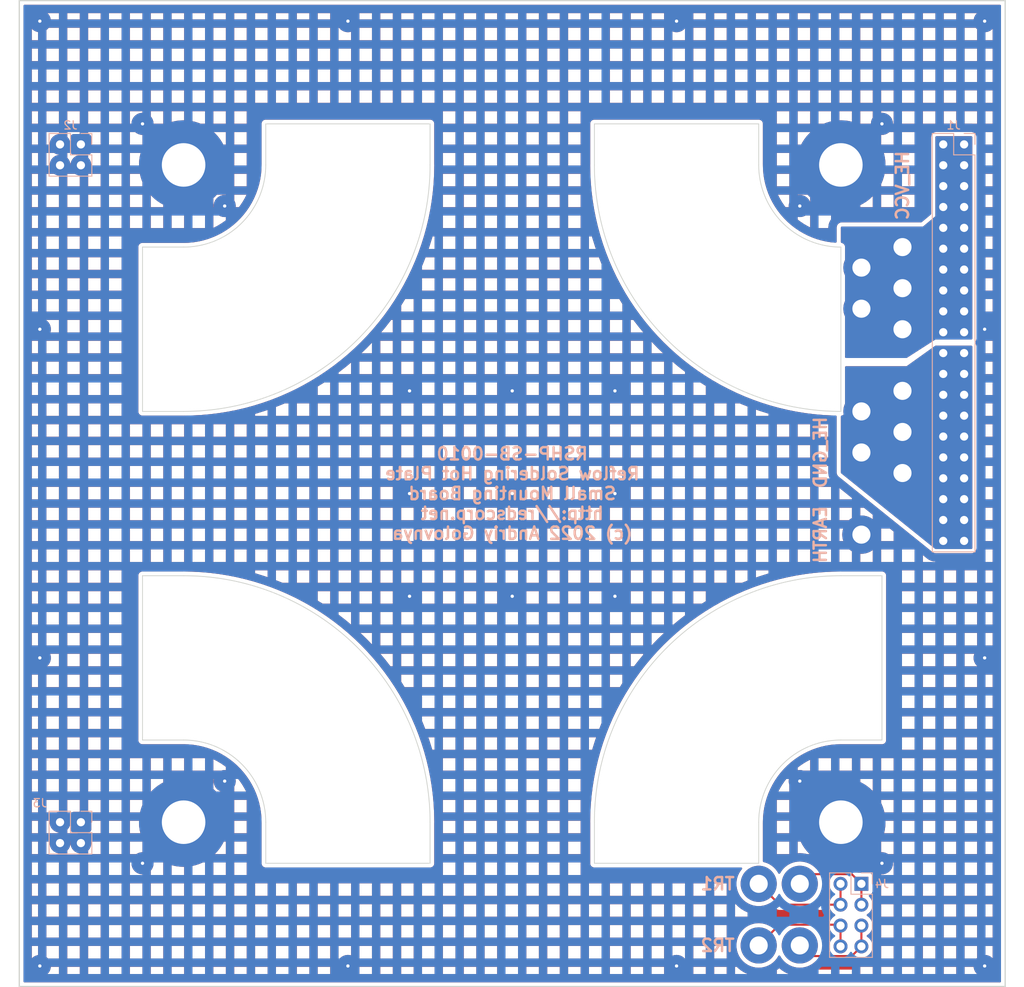
<source format=kicad_pcb>
(kicad_pcb (version 20211014) (generator pcbnew)
  (title_block (title "RSHP-SB-0010") (date "2022-05-24") (rev "1.0") (company "(c) Andriy Golovnya http://redscorp.net") (comment 1 "Reflow Soldering Hot Plate - Small Mounting Board"))
  (layers (0 "F.Cu" signal) (31 "B.Cu" signal) (34 "B.Paste" user) (35 "F.Paste" user) (36 "B.SilkS" user "B.Silkscreen") (37 "F.SilkS" user "F.Silkscreen") (38 "B.Mask" user) (39 "F.Mask" user) (44 "Edge.Cuts" user))
  (net 0 "")
  (net 1 "HE_VCC")
  (net 2 "HE_GND")
  (net 3 "EARTH")
  (net 4 "TR1_VCC")
  (net 5 "TR1_GND")
  (net 6 "TR2_VCC")
  (net 7 "TR2_GND")
  (footprint "MountingHole:MountingHole_2.2mm_M2_Pad" (layer "F.Cu") (at 157.5 70)
    (fp_text reference "H3" hide)
    (fp_text value "MountingHole_Pad")
    (pad "1" thru_hole circle (at 0 0) (size 4.4 4.4) (drill 2.2) (layers *.Cu *.Mask) (net 1 "HE_VCC"))
  )
  (footprint "MountingHole:MountingHole_2.2mm_M2_Pad" (layer "F.Cu") (at 145 145)
    (fp_text reference "H19" hide)
    (fp_text value "MountingHole_Pad")
    (pad "1" thru_hole circle (at 0 0) (size 4.4 4.4) (drill 2.2) (layers *.Cu *.Mask) (net 7 "TR2_GND"))
  )
  (footprint "MountingHole:MountingHole_2.2mm_M2_Pad" (layer "F.Cu") (at 140 145)
    (fp_text reference "H18" hide)
    (fp_text value "MountingHole_Pad")
    (pad "1" thru_hole circle (at 0 0) (size 4.4 4.4) (drill 2.2) (layers *.Cu *.Mask) (net 6 "TR2_VCC"))
  )
  (footprint "MountingHole:MountingHole_2.2mm_M2_Pad" (layer "F.Cu") (at 152.5 85)
    (fp_text reference "H10" hide)
    (fp_text value "MountingHole_Pad")
    (pad "1" thru_hole circle (at 0 0) (size 4.4 4.4) (drill 2.2) (layers *.Cu *.Mask) (net 2 "HE_GND"))
  )
  (footprint "MountingHole:MountingHole_2.2mm_M2_Pad" (layer "F.Cu") (at 140 137.5)
    (fp_text reference "H16" hide)
    (fp_text value "MountingHole_Pad")
    (pad "1" thru_hole circle (at 0 0) (size 4.4 4.4) (drill 2.2) (layers *.Cu *.Mask) (net 4 "TR1_VCC"))
  )
  (footprint "MountingHole:MountingHole_2.2mm_M2_Pad" (layer "F.Cu") (at 157.5 87.5)
    (fp_text reference "H8" hide)
    (fp_text value "MountingHole_Pad")
    (pad "1" thru_hole circle (at 0 0) (size 4.4 4.4) (drill 2.2) (layers *.Cu *.Mask) (net 2 "HE_GND"))
  )
  (footprint "MountingHole:MountingHole_5.3mm_M5_Pad" (layer "F.Cu") (at 70 130)
    (fp_text reference "H14" hide)
    (fp_text value "MountingHole")
    (pad "1" thru_hole circle (at 0 0) (size 10.6 10.6) (drill 5.3) (layers *.Cu *.Mask) (net 3 "EARTH"))
  )
  (footprint "MountingHole:MountingHole_2.2mm_M2_Pad" (layer "F.Cu") (at 157.5 77.5)
    (fp_text reference "H6" hide)
    (fp_text value "MountingHole_Pad")
    (pad "1" thru_hole circle (at 0 0) (size 4.4 4.4) (drill 2.2) (layers *.Cu *.Mask) (net 2 "HE_GND"))
  )
  (footprint "MountingHole:MountingHole_2.2mm_M2_Pad" (layer "F.Cu") (at 152.5 80)
    (fp_text reference "H9" hide)
    (fp_text value "MountingHole_Pad")
    (pad "1" thru_hole circle (at 0 0) (size 4.4 4.4) (drill 2.2) (layers *.Cu *.Mask) (net 2 "HE_GND"))
  )
  (footprint "MountingHole:MountingHole_5.3mm_M5_Pad" (layer "F.Cu") (at 70 50)
    (fp_text reference "H12" hide)
    (fp_text value "MountingHole")
    (pad "1" thru_hole circle (at 0 0) (size 10.6 10.6) (drill 5.3) (layers *.Cu *.Mask) (net 3 "EARTH"))
  )
  (footprint "MountingHole:MountingHole_5.3mm_M5_Pad" (layer "F.Cu") (at 150 130)
    (fp_text reference "H15" hide)
    (fp_text value "MountingHole")
    (pad "1" thru_hole circle (at 0 0) (size 10.6 10.6) (drill 5.3) (layers *.Cu *.Mask) (net 3 "EARTH"))
  )
  (footprint "MountingHole:MountingHole_2.2mm_M2_Pad" (layer "F.Cu") (at 157.5 82.5)
    (fp_text reference "H7" hide)
    (fp_text value "MountingHole_Pad")
    (pad "1" thru_hole circle (at 0 0) (size 4.4 4.4) (drill 2.2) (layers *.Cu *.Mask) (net 2 "HE_GND"))
  )
  (footprint "MountingHole:MountingHole_5.3mm_M5_Pad" (layer "F.Cu") (at 150 50)
    (fp_text reference "H13" hide)
    (fp_text value "MountingHole")
    (pad "1" thru_hole circle (at 0 0) (size 10.6 10.6) (drill 5.3) (layers *.Cu *.Mask) (net 3 "EARTH"))
  )
  (footprint "MountingHole:MountingHole_2.2mm_M2_Pad" (layer "F.Cu") (at 152.5 95)
    (fp_text reference "H11" hide)
    (fp_text value "MountingHole_Pad")
    (pad "1" thru_hole circle (at 0 0) (size 4.4 4.4) (drill 2.2) (layers *.Cu *.Mask) (net 3 "EARTH"))
  )
  (footprint "MountingHole:MountingHole_2.2mm_M2_Pad" (layer "F.Cu") (at 152.5 62.5)
    (fp_text reference "H2" hide)
    (fp_text value "MountingHole_Pad")
    (pad "1" thru_hole circle (at 0 0) (size 4.4 4.4) (drill 2.2) (layers *.Cu *.Mask) (net 1 "HE_VCC"))
  )
  (footprint "MountingHole:MountingHole_2.2mm_M2_Pad" (layer "F.Cu") (at 145 137.5)
    (fp_text reference "H17" hide)
    (fp_text value "MountingHole_Pad")
    (pad "1" thru_hole circle (at 0 0) (size 4.4 4.4) (drill 2.2) (layers *.Cu *.Mask) (net 5 "TR1_GND"))
  )
  (footprint "MountingHole:MountingHole_2.2mm_M2_Pad" (layer "F.Cu") (at 152.5 67.5)
    (fp_text reference "H1" hide)
    (fp_text value "MountingHole_Pad")
    (pad "1" thru_hole circle (at 0 0) (size 4.4 4.4) (drill 2.2) (layers *.Cu *.Mask) (net 1 "HE_VCC"))
  )
  (footprint "MountingHole:MountingHole_2.2mm_M2_Pad" (layer "F.Cu") (at 157.5 60)
    (fp_text reference "H5" hide)
    (fp_text value "MountingHole_Pad")
    (pad "1" thru_hole circle (at 0 0) (size 4.4 4.4) (drill 2.2) (layers *.Cu *.Mask) (net 1 "HE_VCC"))
  )
  (footprint "MountingHole:MountingHole_2.2mm_M2_Pad" (layer "F.Cu") (at 157.5 65)
    (fp_text reference "H4" hide)
    (fp_text value "MountingHole_Pad")
    (pad "1" thru_hole circle (at 0 0) (size 4.4 4.4) (drill 2.2) (layers *.Cu *.Mask) (net 1 "HE_VCC"))
  )
  (footprint "Connector_PinHeader_2.54mm:PinHeader_2x20_P2.54mm_Vertical" (layer "B.Cu") (at 165 47.5 180)
    (fp_text reference "J1" (at 1.27 2.33) (layer "B.SilkS") (effects (justify mirror)))
    (fp_text value "Conn_02x20_Odd_Even")
    (fp_line (start -1.33 1.33) (end 0 1.33) (layer "B.SilkS") (width 0.12))
    (fp_line (start -1.33 -49.59) (end 3.87 -49.59) (layer "B.SilkS") (width 0.12))
    (fp_line (start 3.87 1.33) (end 3.87 -49.59) (layer "B.SilkS") (width 0.12))
    (fp_line (start -1.33 -1.27) (end -1.33 -49.59) (layer "B.SilkS") (width 0.12))
    (fp_line (start 1.27 1.33) (end 3.87 1.33) (layer "B.SilkS") (width 0.12))
    (fp_line (start -1.33 0) (end -1.33 1.33) (layer "B.SilkS") (width 0.12))
    (fp_line (start -1.33 -1.27) (end 1.27 -1.27) (layer "B.SilkS") (width 0.12))
    (fp_line (start 1.27 -1.27) (end 1.27 1.33) (layer "B.SilkS") (width 0.12))
    (pad "1" thru_hole rect (at 0 0 180) (size 1.7 1.7) (drill 1) (layers *.Cu *.Mask) (net 1 "HE_VCC"))
    (pad "2" thru_hole oval (at 2.54 0 180) (size 1.7 1.7) (drill 1) (layers *.Cu *.Mask) (net 1 "HE_VCC"))
    (pad "3" thru_hole oval (at 0 -2.54 180) (size 1.7 1.7) (drill 1) (layers *.Cu *.Mask) (net 1 "HE_VCC"))
    (pad "4" thru_hole oval (at 2.54 -2.54 180) (size 1.7 1.7) (drill 1) (layers *.Cu *.Mask) (net 1 "HE_VCC"))
    (pad "5" thru_hole oval (at 0 -5.08 180) (size 1.7 1.7) (drill 1) (layers *.Cu *.Mask) (net 1 "HE_VCC"))
    (pad "6" thru_hole oval (at 2.54 -5.08 180) (size 1.7 1.7) (drill 1) (layers *.Cu *.Mask) (net 1 "HE_VCC"))
    (pad "7" thru_hole oval (at 0 -7.62 180) (size 1.7 1.7) (drill 1) (layers *.Cu *.Mask) (net 1 "HE_VCC"))
    (pad "8" thru_hole oval (at 2.54 -7.62 180) (size 1.7 1.7) (drill 1) (layers *.Cu *.Mask) (net 1 "HE_VCC"))
    (pad "9" thru_hole oval (at 0 -10.16 180) (size 1.7 1.7) (drill 1) (layers *.Cu *.Mask) (net 1 "HE_VCC"))
    (pad "10" thru_hole oval (at 2.54 -10.16 180) (size 1.7 1.7) (drill 1) (layers *.Cu *.Mask) (net 1 "HE_VCC"))
    (pad "11" thru_hole oval (at 0 -12.7 180) (size 1.7 1.7) (drill 1) (layers *.Cu *.Mask) (net 1 "HE_VCC"))
    (pad "12" thru_hole oval (at 2.54 -12.7 180) (size 1.7 1.7) (drill 1) (layers *.Cu *.Mask) (net 1 "HE_VCC"))
    (pad "13" thru_hole oval (at 0 -15.24 180) (size 1.7 1.7) (drill 1) (layers *.Cu *.Mask) (net 1 "HE_VCC"))
    (pad "14" thru_hole oval (at 2.54 -15.24 180) (size 1.7 1.7) (drill 1) (layers *.Cu *.Mask) (net 1 "HE_VCC"))
    (pad "15" thru_hole oval (at 0 -17.78 180) (size 1.7 1.7) (drill 1) (layers *.Cu *.Mask) (net 1 "HE_VCC"))
    (pad "16" thru_hole oval (at 2.54 -17.78 180) (size 1.7 1.7) (drill 1) (layers *.Cu *.Mask) (net 1 "HE_VCC"))
    (pad "17" thru_hole oval (at 0 -20.32 180) (size 1.7 1.7) (drill 1) (layers *.Cu *.Mask) (net 1 "HE_VCC"))
    (pad "18" thru_hole oval (at 2.54 -20.32 180) (size 1.7 1.7) (drill 1) (layers *.Cu *.Mask) (net 1 "HE_VCC"))
    (pad "19" thru_hole oval (at 0 -22.86 180) (size 1.7 1.7) (drill 1) (layers *.Cu *.Mask) (net 1 "HE_VCC"))
    (pad "20" thru_hole oval (at 2.54 -22.86 180) (size 1.7 1.7) (drill 1) (layers *.Cu *.Mask) (net 1 "HE_VCC"))
    (pad "21" thru_hole oval (at 0 -25.4 180) (size 1.7 1.7) (drill 1) (layers *.Cu *.Mask) (net 2 "HE_GND"))
    (pad "22" thru_hole oval (at 2.54 -25.4 180) (size 1.7 1.7) (drill 1) (layers *.Cu *.Mask) (net 2 "HE_GND"))
    (pad "23" thru_hole oval (at 0 -27.94 180) (size 1.7 1.7) (drill 1) (layers *.Cu *.Mask) (net 2 "HE_GND"))
    (pad "24" thru_hole oval (at 2.54 -27.94 180) (size 1.7 1.7) (drill 1) (layers *.Cu *.Mask) (net 2 "HE_GND"))
    (pad "25" thru_hole oval (at 0 -30.48 180) (size 1.7 1.7) (drill 1) (layers *.Cu *.Mask) (net 2 "HE_GND"))
    (pad "26" thru_hole oval (at 2.54 -30.48 180) (size 1.7 1.7) (drill 1) (layers *.Cu *.Mask) (net 2 "HE_GND"))
    (pad "27" thru_hole oval (at 0 -33.02 180) (size 1.7 1.7) (drill 1) (layers *.Cu *.Mask) (net 2 "HE_GND"))
    (pad "28" thru_hole oval (at 2.54 -33.02 180) (size 1.7 1.7) (drill 1) (layers *.Cu *.Mask) (net 2 "HE_GND"))
    (pad "29" thru_hole oval (at 0 -35.56 180) (size 1.7 1.7) (drill 1) (layers *.Cu *.Mask) (net 2 "HE_GND"))
    (pad "30" thru_hole oval (at 2.54 -35.56 180) (size 1.7 1.7) (drill 1) (layers *.Cu *.Mask) (net 2 "HE_GND"))
    (pad "31" thru_hole oval (at 0 -38.1 180) (size 1.7 1.7) (drill 1) (layers *.Cu *.Mask) (net 2 "HE_GND"))
    (pad "32" thru_hole oval (at 2.54 -38.1 180) (size 1.7 1.7) (drill 1) (layers *.Cu *.Mask) (net 2 "HE_GND"))
    (pad "33" thru_hole oval (at 0 -40.64 180) (size 1.7 1.7) (drill 1) (layers *.Cu *.Mask) (net 2 "HE_GND"))
    (pad "34" thru_hole oval (at 2.54 -40.64 180) (size 1.7 1.7) (drill 1) (layers *.Cu *.Mask) (net 2 "HE_GND"))
    (pad "35" thru_hole oval (at 0 -43.18 180) (size 1.7 1.7) (drill 1) (layers *.Cu *.Mask) (net 2 "HE_GND"))
    (pad "36" thru_hole oval (at 2.54 -43.18 180) (size 1.7 1.7) (drill 1) (layers *.Cu *.Mask) (net 2 "HE_GND"))
    (pad "37" thru_hole oval (at 0 -45.72 180) (size 1.7 1.7) (drill 1) (layers *.Cu *.Mask) (net 2 "HE_GND"))
    (pad "38" thru_hole oval (at 2.54 -45.72 180) (size 1.7 1.7) (drill 1) (layers *.Cu *.Mask) (net 2 "HE_GND"))
    (pad "39" thru_hole oval (at 0 -48.26 180) (size 1.7 1.7) (drill 1) (layers *.Cu *.Mask) (net 2 "HE_GND"))
    (pad "40" thru_hole oval (at 2.54 -48.26 180) (size 1.7 1.7) (drill 1) (layers *.Cu *.Mask) (net 2 "HE_GND"))
  )
  (footprint "Connector_PinHeader_2.54mm:PinHeader_2x04_P2.54mm_Vertical" (layer "B.Cu") (at 152.5 137.5 180)
    (fp_text reference "J4" (at -2.5 0) (layer "B.SilkS") (effects (justify mirror)))
    (fp_text value "Conn_02x04_Odd_Even")
    (fp_line (start -1.33 -8.95) (end 3.87 -8.95) (layer "B.SilkS") (width 0.12))
    (fp_line (start 1.27 -1.27) (end 1.27 1.33) (layer "B.SilkS") (width 0.12))
    (fp_line (start -1.33 -1.27) (end 1.27 -1.27) (layer "B.SilkS") (width 0.12))
    (fp_line (start -1.33 0) (end -1.33 1.33) (layer "B.SilkS") (width 0.12))
    (fp_line (start 3.87 1.33) (end 3.87 -8.95) (layer "B.SilkS") (width 0.12))
    (fp_line (start -1.33 1.33) (end 0 1.33) (layer "B.SilkS") (width 0.12))
    (fp_line (start 1.27 1.33) (end 3.87 1.33) (layer "B.SilkS") (width 0.12))
    (fp_line (start -1.33 -1.27) (end -1.33 -8.95) (layer "B.SilkS") (width 0.12))
    (pad "1" thru_hole rect (at 0 0 180) (size 1.7 1.7) (drill 1) (layers *.Cu *.Mask) (net 5 "TR1_GND"))
    (pad "2" thru_hole oval (at 2.54 0 180) (size 1.7 1.7) (drill 1) (layers *.Cu *.Mask) (net 4 "TR1_VCC"))
    (pad "3" thru_hole oval (at 0 -2.54 180) (size 1.7 1.7) (drill 1) (layers *.Cu *.Mask) (net 5 "TR1_GND"))
    (pad "4" thru_hole oval (at 2.54 -2.54 180) (size 1.7 1.7) (drill 1) (layers *.Cu *.Mask) (net 4 "TR1_VCC"))
    (pad "5" thru_hole oval (at 0 -5.08 180) (size 1.7 1.7) (drill 1) (layers *.Cu *.Mask) (net 7 "TR2_GND"))
    (pad "6" thru_hole oval (at 2.54 -5.08 180) (size 1.7 1.7) (drill 1) (layers *.Cu *.Mask) (net 6 "TR2_VCC"))
    (pad "7" thru_hole oval (at 0 -7.62 180) (size 1.7 1.7) (drill 1) (layers *.Cu *.Mask) (net 7 "TR2_GND"))
    (pad "8" thru_hole oval (at 2.54 -7.62 180) (size 1.7 1.7) (drill 1) (layers *.Cu *.Mask) (net 6 "TR2_VCC"))
  )
  (footprint "Connector_PinHeader_2.54mm:PinHeader_2x02_P2.54mm_Vertical" (layer "B.Cu") (at 57.5 130 180)
    (fp_text reference "J3" (at 5 2.33) (layer "B.SilkS") (effects (justify mirror)))
    (fp_text value "Conn_02x02_Odd_Even")
    (fp_line (start -1.33 -1.27) (end -1.33 -3.87) (layer "B.SilkS") (width 0.12))
    (fp_line (start 1.27 -1.27) (end 1.27 1.33) (layer "B.SilkS") (width 0.12))
    (fp_line (start -1.33 -3.87) (end 3.87 -3.87) (layer "B.SilkS") (width 0.12))
    (fp_line (start -1.33 1.33) (end 0 1.33) (layer "B.SilkS") (width 0.12))
    (fp_line (start -1.33 0) (end -1.33 1.33) (layer "B.SilkS") (width 0.12))
    (fp_line (start 1.27 1.33) (end 3.87 1.33) (layer "B.SilkS") (width 0.12))
    (fp_line (start 3.87 1.33) (end 3.87 -3.87) (layer "B.SilkS") (width 0.12))
    (fp_line (start -1.33 -1.27) (end 1.27 -1.27) (layer "B.SilkS") (width 0.12))
    (pad "1" thru_hole rect (at 0 0 180) (size 1.7 1.7) (drill 1) (layers *.Cu *.Mask) (net 3 "EARTH"))
    (pad "2" thru_hole oval (at 2.54 0 180) (size 1.7 1.7) (drill 1) (layers *.Cu *.Mask) (net 3 "EARTH"))
    (pad "3" thru_hole oval (at 0 -2.54 180) (size 1.7 1.7) (drill 1) (layers *.Cu *.Mask) (net 3 "EARTH"))
    (pad "4" thru_hole oval (at 2.54 -2.54 180) (size 1.7 1.7) (drill 1) (layers *.Cu *.Mask) (net 3 "EARTH"))
  )
  (footprint "Connector_PinHeader_2.54mm:PinHeader_2x02_P2.54mm_Vertical" (layer "B.Cu") (at 57.5 47.5 180)
    (fp_text reference "J2" (at 1.27 2.33) (layer "B.SilkS") (effects (justify mirror)))
    (fp_text value "Conn_02x02_Odd_Even")
    (fp_line (start -1.33 -1.27) (end 1.27 -1.27) (layer "B.SilkS") (width 0.12))
    (fp_line (start 1.27 -1.27) (end 1.27 1.33) (layer "B.SilkS") (width 0.12))
    (fp_line (start -1.33 1.33) (end 0 1.33) (layer "B.SilkS") (width 0.12))
    (fp_line (start -1.33 -1.27) (end -1.33 -3.87) (layer "B.SilkS") (width 0.12))
    (fp_line (start -1.33 -3.87) (end 3.87 -3.87) (layer "B.SilkS") (width 0.12))
    (fp_line (start 1.27 1.33) (end 3.87 1.33) (layer "B.SilkS") (width 0.12))
    (fp_line (start -1.33 0) (end -1.33 1.33) (layer "B.SilkS") (width 0.12))
    (fp_line (start 3.87 1.33) (end 3.87 -3.87) (layer "B.SilkS") (width 0.12))
    (pad "1" thru_hole rect (at 0 0 180) (size 1.7 1.7) (drill 1) (layers *.Cu *.Mask) (net 3 "EARTH"))
    (pad "2" thru_hole oval (at 2.54 0 180) (size 1.7 1.7) (drill 1) (layers *.Cu *.Mask) (net 3 "EARTH"))
    (pad "3" thru_hole oval (at 0 -2.54 180) (size 1.7 1.7) (drill 1) (layers *.Cu *.Mask) (net 3 "EARTH"))
    (pad "4" thru_hole oval (at 2.54 -2.54 180) (size 1.7 1.7) (drill 1) (layers *.Cu *.Mask) (net 3 "EARTH"))
  )
  (gr_line (start 120 135) (end 120 130) (layer "Edge.Cuts") (width 0.1))
  (gr_line (start 140 45) (end 140 50) (layer "Edge.Cuts") (width 0.1))
  (gr_line (start 140 130) (end 140 135) (layer "Edge.Cuts") (width 0.1))
  (gr_line (start 70 60) (end 65 60) (layer "Edge.Cuts") (width 0.1))
  (gr_arc (start 150 60) (mid 142.928932 57.071068) (end 140 50) (layer "Edge.Cuts") (width 0.1))
  (gr_line (start 100 130) (end 100 135) (layer "Edge.Cuts") (width 0.1))
  (gr_line (start 170 30) (end 50 30) (layer "Edge.Cuts") (width 0.15))
  (gr_line (start 65 120) (end 65 100) (layer "Edge.Cuts") (width 0.1))
  (gr_line (start 50 150) (end 170 150) (layer "Edge.Cuts") (width 0.15))
  (gr_arc (start 80 50) (mid 77.071068 57.071068) (end 70 60) (layer "Edge.Cuts") (width 0.1))
  (gr_line (start 150 60) (end 150 80) (layer "Edge.Cuts") (width 0.1))
  (gr_arc (start 100 50) (mid 91.213203 71.213203) (end 70 80) (layer "Edge.Cuts") (width 0.1))
  (gr_line (start 120 50) (end 120 45) (layer "Edge.Cuts") (width 0.1))
  (gr_arc (start 150 80) (mid 128.786797 71.213203) (end 120 50) (layer "Edge.Cuts") (width 0.1))
  (gr_line (start 80 45) (end 100 45) (layer "Edge.Cuts") (width 0.1))
  (gr_line (start 65 100) (end 70 100) (layer "Edge.Cuts") (width 0.1))
  (gr_line (start 80 135) (end 80 130) (layer "Edge.Cuts") (width 0.1))
  (gr_line (start 155 120) (end 150 120) (layer "Edge.Cuts") (width 0.1))
  (gr_line (start 100 45) (end 100 50) (layer "Edge.Cuts") (width 0.1))
  (gr_arc (start 70 120) (mid 77.071068 122.928932) (end 80 130) (layer "Edge.Cuts") (width 0.1))
  (gr_line (start 140 135) (end 120 135) (layer "Edge.Cuts") (width 0.1))
  (gr_arc (start 70 100) (mid 91.213203 108.786797) (end 100 130) (layer "Edge.Cuts") (width 0.1))
  (gr_line (start 65 80) (end 70 80) (layer "Edge.Cuts") (width 0.1))
  (gr_line (start 150 100) (end 155 100) (layer "Edge.Cuts") (width 0.1))
  (gr_arc (start 120 130) (mid 128.786797 108.786797) (end 150 100) (layer "Edge.Cuts") (width 0.1))
  (gr_line (start 70 120) (end 65 120) (layer "Edge.Cuts") (width 0.1))
  (gr_line (start 50 30) (end 50 150) (layer "Edge.Cuts") (width 0.15))
  (gr_line (start 100 135) (end 80 135) (layer "Edge.Cuts") (width 0.1))
  (gr_arc (start 140 130) (mid 142.928932 122.928932) (end 150 120) (layer "Edge.Cuts") (width 0.1))
  (gr_line (start 170 150) (end 170 30) (layer "Edge.Cuts") (width 0.15))
  (gr_line (start 120 45) (end 140 45) (layer "Edge.Cuts") (width 0.1))
  (gr_line (start 155 100) (end 155 120) (layer "Edge.Cuts") (width 0.1))
  (gr_line (start 80 50) (end 80 45) (layer "Edge.Cuts") (width 0.1))
  (gr_line (start 65 60) (end 65 80) (layer "Edge.Cuts") (width 0.1))
  (gr_text "HE_GND" (at 147.5 85 90) (layer "B.SilkS") (effects (font (size 1.5 1.5) (thickness 0.3)) (justify mirror)))
  (gr_text "TR2" (at 135 145) (layer "B.SilkS") (effects (font (size 1.5 1.5) (thickness 0.3)) (justify mirror)))
  (gr_text "TR1" (at 135 137.5) (layer "B.SilkS") (effects (font (size 1.5 1.5) (thickness 0.3)) (justify mirror)))
  (gr_text "HE_VCC" (at 157.5 52.5 90) (layer "B.SilkS") (effects (font (size 1.5 1.5) (thickness 0.3)) (justify mirror)))
  (gr_text "EARTH" (at 147.5 95 90) (layer "B.SilkS") (effects (font (size 1.5 1.5) (thickness 0.3)) (justify mirror)))
  (gr_text "RSHP-SB-0010\nReflow Soldering Hot Plate\nSmall Mounting Board\nhttp://redscorp.net\n(c) 2022 Andriy Golovnya" (at 110 90) (layer "B.SilkS") (effects (font (size 1.5 1.5) (thickness 0.3)) (justify mirror)))
  (via (at 52.5 110) (size 0.8) (drill 0.4) (layers "F.Cu" "B.Cu") (net 3))
  (via (at 75 125) (size 0.8) (drill 0.4) (layers "F.Cu" "B.Cu") (net 3))
  (via (at 122.5 102.5) (size 0.8) (drill 0.4) (layers "F.Cu" "B.Cu") (net 3))
  (via (at 167.5 147.5) (size 0.8) (drill 0.4) (layers "F.Cu" "B.Cu") (net 3))
  (via (at 110 77.5) (size 0.8) (drill 0.4) (layers "F.Cu" "B.Cu") (net 3))
  (via (at 167.5 110) (size 0.8) (drill 0.4) (layers "F.Cu" "B.Cu") (net 3))
  (via (at 97.5 77.5) (size 0.8) (drill 0.4) (layers "F.Cu" "B.Cu") (net 3))
  (via (at 122.5 90) (size 0.8) (drill 0.4) (layers "F.Cu" "B.Cu") (net 3))
  (via (at 155 135) (size 0.8) (drill 0.4) (layers "F.Cu" "B.Cu") (net 3))
  (via (at 130 147.5) (size 0.8) (drill 0.4) (layers "F.Cu" "B.Cu") (net 3))
  (via (at 65 45) (size 0.8) (drill 0.4) (layers "F.Cu" "B.Cu") (net 3))
  (via (at 167.5 32.5) (size 0.8) (drill 0.4) (layers "F.Cu" "B.Cu") (net 3))
  (via (at 97.5 102.5) (size 0.8) (drill 0.4) (layers "F.Cu" "B.Cu") (net 3))
  (via (at 52.5 70) (size 0.8) (drill 0.4) (layers "F.Cu" "B.Cu") (net 3))
  (via (at 130 32.5) (size 0.8) (drill 0.4) (layers "F.Cu" "B.Cu") (net 3))
  (via (at 155 45) (size 0.8) (drill 0.4) (layers "F.Cu" "B.Cu") (net 3))
  (via (at 110 90) (size 0.8) (drill 0.4) (layers "F.Cu" "B.Cu") (net 3))
  (via (at 167.5 70) (size 0.8) (drill 0.4) (layers "F.Cu" "B.Cu") (net 3))
  (via (at 97.5 90) (size 0.8) (drill 0.4) (layers "F.Cu" "B.Cu") (net 3))
  (via (at 122.5 77.5) (size 0.8) (drill 0.4) (layers "F.Cu" "B.Cu") (net 3))
  (via (at 90 32.5) (size 0.8) (drill 0.4) (layers "F.Cu" "B.Cu") (net 3))
  (via (at 65 135) (size 0.8) (drill 0.4) (layers "F.Cu" "B.Cu") (net 3))
  (via (at 52.5 32.5) (size 0.8) (drill 0.4) (layers "F.Cu" "B.Cu") (net 3))
  (via (at 90 147.5) (size 0.8) (drill 0.4) (layers "F.Cu" "B.Cu") (net 3))
  (via (at 145 125) (size 0.8) (drill 0.4) (layers "F.Cu" "B.Cu") (net 3))
  (via (at 75 55) (size 0.8) (drill 0.4) (layers "F.Cu" "B.Cu") (net 3))
  (via (at 110 102.5) (size 0.8) (drill 0.4) (layers "F.Cu" "B.Cu") (net 3))
  (via (at 52.5 147.5) (size 0.8) (drill 0.4) (layers "F.Cu" "B.Cu") (net 3))
  (via (at 145 55) (size 0.8) (drill 0.4) (layers "F.Cu" "B.Cu") (net 3))
  (segment (start 149.96 140.04) (end 142.54 140.04) (width 0.25) (layer "F.Cu") (net 4))
  (segment (start 149.96 140.04) (end 149.96 137.5) (width 0.25) (layer "F.Cu") (net 4))
  (segment (start 142.54 140.04) (end 140 137.5) (width 0.25) (layer "F.Cu") (net 4))
  (segment (start 151.325489 136.325489) (end 146.174511 136.325489) (width 0.25) (layer "F.Cu") (net 5))
  (segment (start 152.5 140.04) (end 152.5 137.5) (width 0.25) (layer "F.Cu") (net 5))
  (segment (start 152.5 137.5) (end 151.325489 136.325489) (width 0.25) (layer "F.Cu") (net 5))
  (segment (start 146.174511 136.325489) (end 145 137.5) (width 0.25) (layer "F.Cu") (net 5))
  (segment (start 152.5 137.5) (end 153.135718 137.5) (width 0.25) (layer "F.Cu") (net 5))
  (segment (start 149.96 145.12) (end 149.96 142.58) (width 0.25) (layer "F.Cu") (net 6))
  (segment (start 149.855489 142.475489) (end 142.524511 142.475489) (width 0.25) (layer "F.Cu") (net 6))
  (segment (start 142.524511 142.475489) (end 140 145) (width 0.25) (layer "F.Cu") (net 6))
  (segment (start 149.96 142.58) (end 149.855489 142.475489) (width 0.25) (layer "F.Cu") (net 6))
  (segment (start 146.294511 146.294511) (end 145 145) (width 0.25) (layer "F.Cu") (net 7))
  (segment (start 152.5 142.58) (end 153.055718 142.58) (width 0.25) (layer "F.Cu") (net 7))
  (segment (start 151.325489 146.294511) (end 146.294511 146.294511) (width 0.25) (layer "F.Cu") (net 7))
  (segment (start 152.5 145.12) (end 151.325489 146.294511) (width 0.25) (layer "F.Cu") (net 7))
  (segment (start 152.5 145.12) (end 152.5 142.58) (width 0.25) (layer "F.Cu") (net 7))
  (zone (net 1) (net_name "HE_VCC") (layers F&B.Cu) (priority 1) (connect_pads yes (clearance 0.508)) (min_thickness 0.254) (fill yes (thermal_gap 0.508) (thermal_bridge_width 0.508))
    (polygon (pts (xy 166 71.25) (xy 161.5 71.25) (xy 158 73.5) (xy 150 73.5) (xy 150 57.5) (xy 160 57.5) (xy 161.5 56.25) (xy 161.5 46.5) (xy 166 46.5)))
  )
  (zone (net 2) (net_name "HE_GND") (layers F&B.Cu) (priority 1) (connect_pads yes (clearance 0.508)) (min_thickness 0.254) (fill yes (thermal_gap 0.508) (thermal_bridge_width 0.508))
    (polygon (pts (xy 166 96.75) (xy 161.5 96.75) (xy 150 87.5) (xy 150 74.5) (xy 158 74.5) (xy 161.5 72) (xy 166 72)))
  )
  (zone (net 3) (net_name "EARTH") (layers F&B.Cu) (connect_pads yes (clearance 0.508)) (min_thickness 0.254) (fill yes (mode hatch) (thermal_gap 0.508) (thermal_bridge_width 0.508) (hatch_thickness 1.016) (hatch_gap 1.524) (hatch_orientation 0) (hatch_border_algorithm hatch_thickness) (hatch_min_hole_area 0.3))
    (polygon (pts (xy 170 150) (xy 50 150) (xy 50 30) (xy 170 30)))
  )
)
</source>
